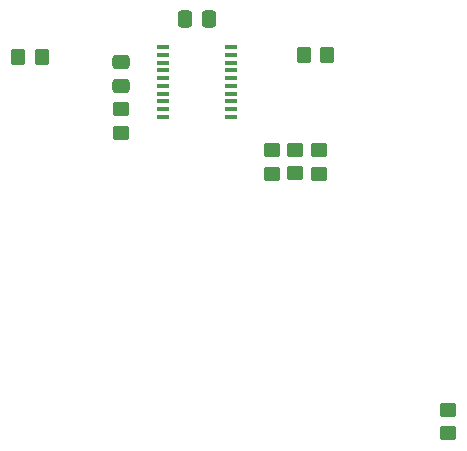
<source format=gbr>
%TF.GenerationSoftware,KiCad,Pcbnew,7.0.11-7.0.11~ubuntu22.04.1*%
%TF.CreationDate,2025-01-31T21:43:45-05:00*%
%TF.ProjectId,C64UltimatePSU,43363455-6c74-4696-9d61-74655053552e,rev?*%
%TF.SameCoordinates,Original*%
%TF.FileFunction,Paste,Top*%
%TF.FilePolarity,Positive*%
%FSLAX46Y46*%
G04 Gerber Fmt 4.6, Leading zero omitted, Abs format (unit mm)*
G04 Created by KiCad (PCBNEW 7.0.11-7.0.11~ubuntu22.04.1) date 2025-01-31 21:43:45*
%MOMM*%
%LPD*%
G01*
G04 APERTURE LIST*
G04 Aperture macros list*
%AMRoundRect*
0 Rectangle with rounded corners*
0 $1 Rounding radius*
0 $2 $3 $4 $5 $6 $7 $8 $9 X,Y pos of 4 corners*
0 Add a 4 corners polygon primitive as box body*
4,1,4,$2,$3,$4,$5,$6,$7,$8,$9,$2,$3,0*
0 Add four circle primitives for the rounded corners*
1,1,$1+$1,$2,$3*
1,1,$1+$1,$4,$5*
1,1,$1+$1,$6,$7*
1,1,$1+$1,$8,$9*
0 Add four rect primitives between the rounded corners*
20,1,$1+$1,$2,$3,$4,$5,0*
20,1,$1+$1,$4,$5,$6,$7,0*
20,1,$1+$1,$6,$7,$8,$9,0*
20,1,$1+$1,$8,$9,$2,$3,0*%
G04 Aperture macros list end*
%ADD10RoundRect,0.250000X0.337500X0.475000X-0.337500X0.475000X-0.337500X-0.475000X0.337500X-0.475000X0*%
%ADD11R,1.000000X0.400000*%
%ADD12RoundRect,0.250000X-0.450000X0.350000X-0.450000X-0.350000X0.450000X-0.350000X0.450000X0.350000X0*%
%ADD13RoundRect,0.250000X-0.475000X0.337500X-0.475000X-0.337500X0.475000X-0.337500X0.475000X0.337500X0*%
%ADD14RoundRect,0.250000X-0.350000X-0.450000X0.350000X-0.450000X0.350000X0.450000X-0.350000X0.450000X0*%
%ADD15RoundRect,0.250000X0.450000X-0.350000X0.450000X0.350000X-0.450000X0.350000X-0.450000X-0.350000X0*%
G04 APERTURE END LIST*
D10*
%TO.C,C9*%
X148429800Y-59893200D03*
X146354800Y-59893200D03*
%TD*%
D11*
%TO.C,IC1*%
X144466400Y-62298200D03*
X144466400Y-62948200D03*
X144466400Y-63598200D03*
X144466400Y-64248200D03*
X144466400Y-64898200D03*
X144466400Y-65548200D03*
X144466400Y-66198200D03*
X144466400Y-66848200D03*
X144466400Y-67498200D03*
X144466400Y-68148200D03*
X150266400Y-68148200D03*
X150266400Y-67498200D03*
X150266400Y-66848200D03*
X150266400Y-66198200D03*
X150266400Y-65548200D03*
X150266400Y-64898200D03*
X150266400Y-64248200D03*
X150266400Y-63598200D03*
X150266400Y-62948200D03*
X150266400Y-62298200D03*
%TD*%
D12*
%TO.C,R20*%
X140944600Y-67519000D03*
X140944600Y-69519000D03*
%TD*%
%TO.C,R19*%
X155702000Y-70948800D03*
X155702000Y-72948800D03*
%TD*%
D13*
%TO.C,C12*%
X140919200Y-63509700D03*
X140919200Y-65584700D03*
%TD*%
D14*
%TO.C,R22*%
X132239000Y-63068200D03*
X134239000Y-63068200D03*
%TD*%
%TO.C,R23*%
X156419800Y-62941200D03*
X158419800Y-62941200D03*
%TD*%
D12*
%TO.C,R21*%
X157708600Y-70974200D03*
X157708600Y-72974200D03*
%TD*%
%TO.C,R18*%
X153746200Y-70974200D03*
X153746200Y-72974200D03*
%TD*%
D15*
%TO.C,R16*%
X168630600Y-94954600D03*
X168630600Y-92954600D03*
%TD*%
M02*

</source>
